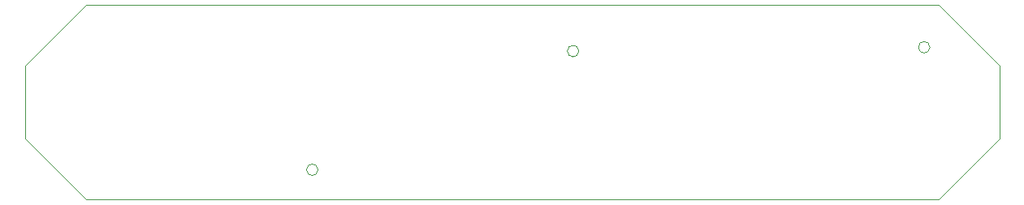
<source format=gbr>
G04 (created by PCBNEW (22-Jun-2014 BZR 4027)-stable) date Tue Jul 18 17:56:31 2017*
%MOIN*%
G04 Gerber Fmt 3.4, Leading zero omitted, Abs format*
%FSLAX34Y34*%
G01*
G70*
G90*
G04 APERTURE LIST*
%ADD10C,0.00590551*%
%ADD11C,0.00393701*%
G04 APERTURE END LIST*
G54D10*
G54D11*
X58031Y-36771D02*
G75*
G03X58031Y-36771I-236J0D01*
G74*
G01*
X68740Y-31889D02*
G75*
G03X68740Y-31889I-236J0D01*
G74*
G01*
X83149Y-31732D02*
G75*
G03X83149Y-31732I-236J0D01*
G74*
G01*
X83500Y-38000D02*
X48500Y-38000D01*
X86000Y-35500D02*
X83500Y-38000D01*
X83500Y-30000D02*
X48500Y-30000D01*
X86000Y-35500D02*
X86000Y-32500D01*
X46000Y-32500D02*
X46000Y-35500D01*
X86000Y-32500D02*
X83500Y-30000D01*
X46000Y-35500D02*
X48500Y-38000D01*
X48500Y-30000D02*
X46000Y-32500D01*
M02*

</source>
